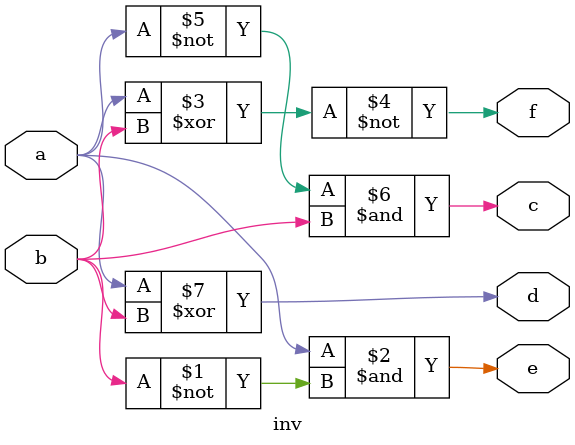
<source format=v>
`timescale 1ns / 1ps


module inv(
    input a, b,
    output e, f, c, d
    );
    assign e = a&(~b);
    assign f = ~(a^b);
    assign c = (~a)&b;
    assign d = a^b;
endmodule

</source>
